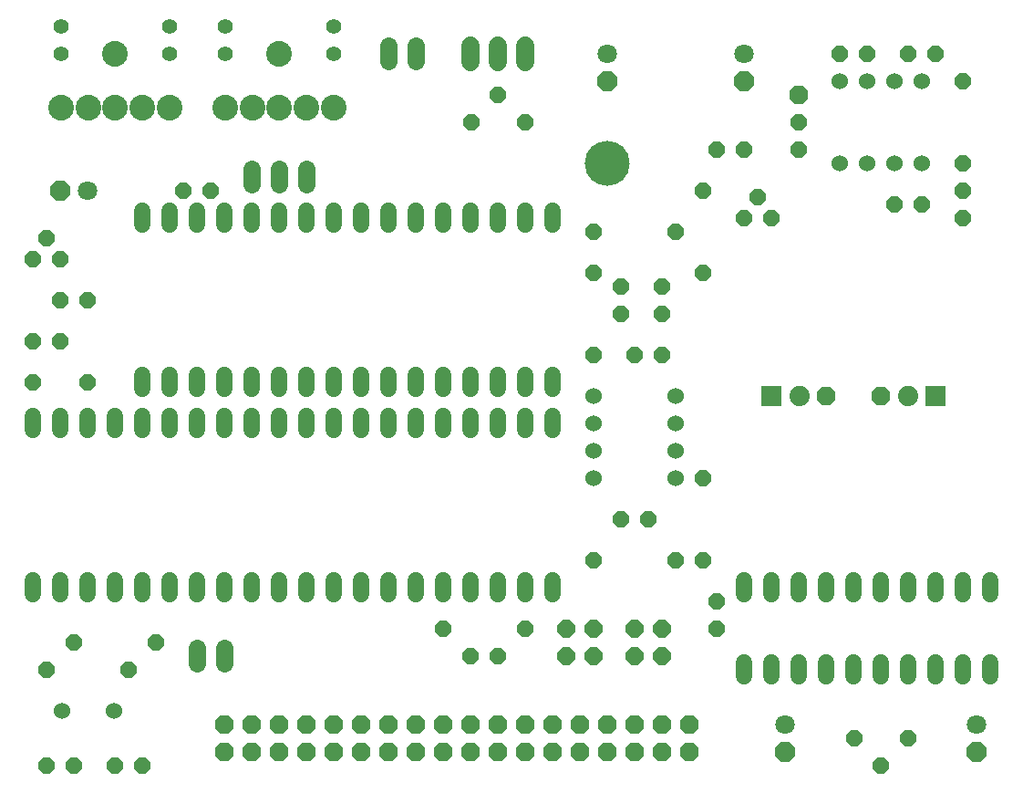
<source format=gts>
G04 EAGLE Gerber RS-274X export*
G75*
%MOMM*%
%FSLAX34Y34*%
%LPD*%
%INSoldermask Top*%
%IPPOS*%
%AMOC8*
5,1,8,0,0,1.08239X$1,22.5*%
G01*
%ADD10P,1.649562X8X202.500000*%
%ADD11C,1.524000*%
%ADD12P,1.649562X8X292.500000*%
%ADD13P,1.649562X8X22.500000*%
%ADD14P,1.649562X8X112.500000*%
%ADD15C,1.625600*%
%ADD16C,2.387600*%
%ADD17C,1.403200*%
%ADD18P,1.869504X8X22.500000*%
%ADD19P,1.951982X8X292.500000*%
%ADD20C,1.803400*%
%ADD21P,1.951982X8X202.500000*%
%ADD22C,4.165600*%
%ADD23P,1.869504X8X202.500000*%
%ADD24C,1.727200*%
%ADD25R,1.917700X1.917700*%
%ADD26C,1.879600*%
%ADD27P,1.759533X8X22.500000*%
%ADD28C,1.524000*%


D10*
X432054Y635000D03*
X482346Y635000D03*
X457200Y660400D03*
X685800Y609600D03*
X660400Y609600D03*
D11*
X774700Y596900D03*
X800100Y596900D03*
X800100Y673100D03*
X774700Y673100D03*
X825500Y596900D03*
X850900Y596900D03*
X825500Y673100D03*
X850900Y673100D03*
D10*
X800100Y698500D03*
X774700Y698500D03*
D12*
X736600Y635000D03*
X736600Y609600D03*
D13*
X838200Y698500D03*
X863600Y698500D03*
D14*
X889000Y596900D03*
X889000Y673100D03*
D12*
X889000Y571500D03*
X889000Y546100D03*
D15*
X381000Y691388D02*
X381000Y705612D01*
X355600Y705612D02*
X355600Y691388D01*
D16*
X254000Y698500D03*
X279000Y648500D03*
X304000Y648500D03*
X229000Y648500D03*
X204000Y648500D03*
D17*
X304000Y698500D03*
X304000Y723500D03*
X204000Y723500D03*
X204000Y698500D03*
D16*
X253600Y648500D03*
D18*
X736600Y660400D03*
D19*
X723900Y50800D03*
D20*
X723900Y76200D03*
D19*
X901700Y50800D03*
D20*
X901700Y76200D03*
D16*
X101600Y698500D03*
X126600Y648500D03*
X151600Y648500D03*
X76600Y648500D03*
X51600Y648500D03*
D17*
X151600Y698500D03*
X151600Y723500D03*
X51600Y723500D03*
X51600Y698500D03*
D16*
X101200Y648500D03*
D13*
X546100Y228600D03*
X622300Y228600D03*
D10*
X596900Y266700D03*
X571500Y266700D03*
D11*
X546100Y381000D03*
X546100Y355600D03*
X622300Y355600D03*
X622300Y381000D03*
X546100Y330200D03*
X546100Y304800D03*
X622300Y330200D03*
X622300Y304800D03*
D12*
X571500Y482600D03*
X571500Y457200D03*
D14*
X546100Y419100D03*
X546100Y495300D03*
X609600Y457200D03*
X609600Y482600D03*
D10*
X609600Y419100D03*
X584200Y419100D03*
X482600Y165100D03*
X406400Y165100D03*
X457200Y139700D03*
X431800Y139700D03*
D21*
X50800Y571500D03*
D20*
X76200Y571500D03*
D13*
X546100Y533400D03*
X622300Y533400D03*
X825500Y558800D03*
X850900Y558800D03*
X165100Y571500D03*
X190500Y571500D03*
D22*
X558800Y596900D03*
D23*
X635000Y76200D03*
X609600Y76200D03*
X584200Y76200D03*
X558800Y76200D03*
X533400Y76200D03*
X508000Y76200D03*
X635000Y50800D03*
X609600Y50800D03*
X584200Y50800D03*
X558800Y50800D03*
X533400Y50800D03*
X508000Y50800D03*
X482600Y76200D03*
X482600Y50800D03*
X457200Y76200D03*
X431800Y76200D03*
X406400Y76200D03*
X381000Y76200D03*
X355600Y76200D03*
X330200Y76200D03*
X457200Y50800D03*
X431800Y50800D03*
X406400Y50800D03*
X381000Y50800D03*
X355600Y50800D03*
X330200Y50800D03*
X304800Y76200D03*
X304800Y50800D03*
X279400Y76200D03*
X254000Y76200D03*
X228600Y76200D03*
X203200Y76200D03*
X279400Y50800D03*
X254000Y50800D03*
X228600Y50800D03*
X203200Y50800D03*
D24*
X482600Y690880D02*
X482600Y706120D01*
X457200Y706120D02*
X457200Y690880D01*
X431800Y690880D02*
X431800Y706120D01*
D13*
X837946Y63500D03*
X787654Y63500D03*
X812800Y38100D03*
D25*
X711200Y381000D03*
X863600Y381000D03*
D26*
X737400Y381000D03*
X837400Y381000D03*
D18*
X812800Y381000D03*
X762000Y381000D03*
D19*
X685800Y673100D03*
D20*
X685800Y698500D03*
D12*
X647700Y304800D03*
X647700Y228600D03*
D27*
X584200Y139700D03*
X584200Y165100D03*
X609600Y139700D03*
X609600Y165100D03*
D19*
X558800Y673100D03*
D20*
X558800Y698500D03*
D28*
X25400Y209804D02*
X25400Y196596D01*
X50800Y196596D02*
X50800Y209804D01*
X177800Y209804D02*
X177800Y196596D01*
X203200Y196596D02*
X203200Y209804D01*
X76200Y209804D02*
X76200Y196596D01*
X101600Y196596D02*
X101600Y209804D01*
X152400Y209804D02*
X152400Y196596D01*
X127000Y196596D02*
X127000Y209804D01*
X228600Y209804D02*
X228600Y196596D01*
X254000Y196596D02*
X254000Y209804D01*
X279400Y209804D02*
X279400Y196596D01*
X304800Y196596D02*
X304800Y209804D01*
X330200Y209804D02*
X330200Y196596D01*
X355600Y196596D02*
X355600Y209804D01*
X381000Y209804D02*
X381000Y196596D01*
X406400Y196596D02*
X406400Y209804D01*
X431800Y209804D02*
X431800Y196596D01*
X457200Y196596D02*
X457200Y209804D01*
X482600Y209804D02*
X482600Y196596D01*
X508000Y196596D02*
X508000Y209804D01*
X508000Y348996D02*
X508000Y362204D01*
X482600Y362204D02*
X482600Y348996D01*
X457200Y348996D02*
X457200Y362204D01*
X431800Y362204D02*
X431800Y348996D01*
X406400Y348996D02*
X406400Y362204D01*
X381000Y362204D02*
X381000Y348996D01*
X355600Y348996D02*
X355600Y362204D01*
X330200Y362204D02*
X330200Y348996D01*
X304800Y348996D02*
X304800Y362204D01*
X279400Y362204D02*
X279400Y348996D01*
X254000Y348996D02*
X254000Y362204D01*
X228600Y362204D02*
X228600Y348996D01*
X203200Y348996D02*
X203200Y362204D01*
X177800Y362204D02*
X177800Y348996D01*
X152400Y348996D02*
X152400Y362204D01*
X127000Y362204D02*
X127000Y348996D01*
X101600Y348996D02*
X101600Y362204D01*
X76200Y362204D02*
X76200Y348996D01*
X50800Y348996D02*
X50800Y362204D01*
X25400Y362204D02*
X25400Y348996D01*
D11*
X100330Y88900D03*
X52070Y88900D03*
D13*
X38100Y38100D03*
X63500Y38100D03*
X101600Y38100D03*
X127000Y38100D03*
D10*
X114300Y127000D03*
X38100Y127000D03*
D13*
X63500Y152400D03*
X139700Y152400D03*
X25400Y431800D03*
X50800Y431800D03*
X25400Y393700D03*
X76200Y393700D03*
D28*
X127000Y387096D02*
X127000Y400304D01*
X152400Y400304D02*
X152400Y387096D01*
X279400Y387096D02*
X279400Y400304D01*
X304800Y400304D02*
X304800Y387096D01*
X177800Y387096D02*
X177800Y400304D01*
X203200Y400304D02*
X203200Y387096D01*
X254000Y387096D02*
X254000Y400304D01*
X228600Y400304D02*
X228600Y387096D01*
X330200Y387096D02*
X330200Y400304D01*
X355600Y400304D02*
X355600Y387096D01*
X381000Y387096D02*
X381000Y400304D01*
X406400Y400304D02*
X406400Y387096D01*
X431800Y387096D02*
X431800Y400304D01*
X457200Y400304D02*
X457200Y387096D01*
X482600Y387096D02*
X482600Y400304D01*
X508000Y400304D02*
X508000Y387096D01*
X508000Y539496D02*
X508000Y552704D01*
X482600Y552704D02*
X482600Y539496D01*
X457200Y539496D02*
X457200Y552704D01*
X431800Y552704D02*
X431800Y539496D01*
X406400Y539496D02*
X406400Y552704D01*
X381000Y552704D02*
X381000Y539496D01*
X355600Y539496D02*
X355600Y552704D01*
X330200Y552704D02*
X330200Y539496D01*
X304800Y539496D02*
X304800Y552704D01*
X279400Y552704D02*
X279400Y539496D01*
X254000Y539496D02*
X254000Y552704D01*
X228600Y552704D02*
X228600Y539496D01*
X203200Y539496D02*
X203200Y552704D01*
X177800Y552704D02*
X177800Y539496D01*
X152400Y539496D02*
X152400Y552704D01*
X127000Y552704D02*
X127000Y539496D01*
D15*
X177800Y146812D02*
X177800Y132588D01*
X203200Y132588D02*
X203200Y146812D01*
D13*
X25400Y508000D03*
X38100Y527050D03*
X50800Y508000D03*
D10*
X76200Y469900D03*
X50800Y469900D03*
D27*
X520700Y139700D03*
X520700Y165100D03*
X546100Y139700D03*
X546100Y165100D03*
D12*
X660400Y190500D03*
X660400Y165100D03*
D15*
X228600Y577088D02*
X228600Y591312D01*
X254000Y591312D02*
X254000Y577088D01*
X279400Y577088D02*
X279400Y591312D01*
D28*
X685800Y133604D02*
X685800Y120396D01*
X711200Y120396D02*
X711200Y133604D01*
X736600Y133604D02*
X736600Y120396D01*
X762000Y120396D02*
X762000Y133604D01*
X787400Y133604D02*
X787400Y120396D01*
X812800Y120396D02*
X812800Y133604D01*
X838200Y133604D02*
X838200Y120396D01*
X863600Y120396D02*
X863600Y133604D01*
X889000Y133604D02*
X889000Y120396D01*
X914400Y120396D02*
X914400Y133604D01*
X914400Y196596D02*
X914400Y209804D01*
X889000Y209804D02*
X889000Y196596D01*
X863600Y196596D02*
X863600Y209804D01*
X838200Y209804D02*
X838200Y196596D01*
X812800Y196596D02*
X812800Y209804D01*
X787400Y209804D02*
X787400Y196596D01*
X762000Y196596D02*
X762000Y209804D01*
X736600Y209804D02*
X736600Y196596D01*
X711200Y196596D02*
X711200Y209804D01*
X685800Y209804D02*
X685800Y196596D01*
D13*
X711200Y546100D03*
X698500Y565150D03*
X685800Y546100D03*
D12*
X647700Y571500D03*
X647700Y495300D03*
M02*

</source>
